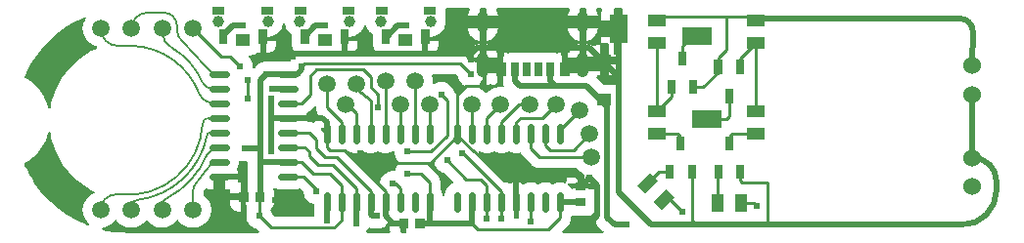
<source format=gtl>
G04 Layer: TopLayer*
G04 EasyEDA v6.5.1, 2022-03-27 10:56:29*
G04 5bdfba2922064175801a4ef29472edea,f5a38c858c354eb5b90fd3f81420cce3,10*
G04 Gerber Generator version 0.2*
G04 Scale: 100 percent, Rotated: No, Reflected: No *
G04 Dimensions in millimeters *
G04 leading zeros omitted , absolute positions ,4 integer and 5 decimal *
%FSLAX45Y45*%
%MOMM*%

%ADD10C,0.2540*%
%ADD11C,0.5080*%
%ADD12C,0.1500*%
%ADD13C,0.2000*%
%ADD14C,0.2050*%
%ADD15C,0.6000*%
%ADD16C,0.6096*%
%ADD17C,1.5000*%
%ADD20R,0.9000X0.8000*%
%ADD21R,0.7000X1.2500*%
%ADD22R,1.5500X1.0000*%
%ADD23R,1.0000X1.5500*%
%ADD24R,0.7000X1.2000*%
%ADD25R,1.1000X0.7000*%
%ADD26R,1.3000X1.0000*%
%ADD27R,0.9000X1.2000*%
%ADD28R,0.8000X1.2000*%
%ADD29R,2.5000X1.5000*%
%ADD30R,1.2000X1.0000*%
%ADD31C,1.0000*%
%ADD32C,1.5240*%

%LPD*%
G36*
X2856331Y-414782D02*
G01*
X2852420Y-414020D01*
X2849118Y-411784D01*
X2846933Y-408533D01*
X2846171Y-404622D01*
X2846171Y-302209D01*
X2845511Y-298704D01*
X2845511Y-269900D01*
X2846374Y-265836D01*
X2848711Y-262483D01*
X2852267Y-260350D01*
X2856331Y-259740D01*
X2860294Y-260858D01*
X2862376Y-261924D01*
X2876905Y-267309D01*
X2891891Y-270967D01*
X2907284Y-272796D01*
X2922727Y-272796D01*
X2938068Y-270967D01*
X2953105Y-267309D01*
X2967583Y-261924D01*
X2981350Y-254863D01*
X2994202Y-246227D01*
X3005886Y-236118D01*
X3016351Y-224739D01*
X3025343Y-212140D01*
X3032810Y-198628D01*
X3038602Y-184302D01*
X3040176Y-178562D01*
X3042259Y-174650D01*
X3045714Y-172008D01*
X3049981Y-171043D01*
X3054299Y-172008D01*
X3057753Y-174650D01*
X3059785Y-178562D01*
X3061360Y-184302D01*
X3067202Y-198628D01*
X3074670Y-212140D01*
X3083661Y-224739D01*
X3094075Y-236118D01*
X3105810Y-246227D01*
X3109976Y-249072D01*
X3112414Y-251307D01*
X3113938Y-254203D01*
X3114497Y-257454D01*
X3114497Y-332130D01*
X3115310Y-343966D01*
X3117748Y-355193D01*
X3121761Y-365963D01*
X3127298Y-376021D01*
X3134156Y-385216D01*
X3142284Y-393344D01*
X3146501Y-396494D01*
X3149295Y-399643D01*
X3150514Y-403656D01*
X3150057Y-407822D01*
X3147923Y-411480D01*
X3144520Y-413918D01*
X3140405Y-414782D01*
X2959608Y-414782D01*
X2955493Y-413918D01*
X2952089Y-411480D01*
X2949956Y-407822D01*
X2949448Y-403656D01*
X2950718Y-399643D01*
X2953512Y-396494D01*
X2957728Y-393344D01*
X2965856Y-385216D01*
X2972714Y-376021D01*
X2978200Y-365963D01*
X2982214Y-355193D01*
X2984652Y-343966D01*
X2985516Y-332130D01*
X2985516Y-308864D01*
X2893872Y-308864D01*
X2893872Y-404622D01*
X2893060Y-408533D01*
X2890875Y-411784D01*
X2887573Y-414020D01*
X2883712Y-414782D01*
G37*

%LPD*%
G36*
X2088997Y-550824D02*
G01*
X2084984Y-549910D01*
X2081733Y-547522D01*
X2079599Y-544017D01*
X2079040Y-540004D01*
X2079498Y-533400D01*
X2078583Y-519226D01*
X2075840Y-505256D01*
X2071370Y-491743D01*
X2065172Y-478942D01*
X2057450Y-467004D01*
X2048205Y-456184D01*
X2042160Y-450697D01*
X2039772Y-447446D01*
X2038857Y-443484D01*
X2039518Y-439521D01*
X2041702Y-436118D01*
X2045055Y-433832D01*
X2049018Y-433019D01*
X2058517Y-433019D01*
X2070354Y-432155D01*
X2081580Y-429717D01*
X2092350Y-425704D01*
X2102408Y-420217D01*
X2110486Y-414172D01*
X2113737Y-412546D01*
X2117293Y-412140D01*
X2129282Y-413004D01*
X2140051Y-413004D01*
X2140051Y-302209D01*
X2139442Y-298704D01*
X2139442Y-269900D01*
X2140254Y-265836D01*
X2142642Y-262483D01*
X2146147Y-260350D01*
X2150262Y-259740D01*
X2154224Y-260858D01*
X2156307Y-261924D01*
X2170785Y-267309D01*
X2185822Y-270967D01*
X2201164Y-272796D01*
X2216607Y-272796D01*
X2231999Y-270967D01*
X2247036Y-267309D01*
X2261514Y-261924D01*
X2275281Y-254863D01*
X2288082Y-246227D01*
X2299817Y-236118D01*
X2310231Y-224739D01*
X2319274Y-212140D01*
X2326690Y-198628D01*
X2332532Y-184302D01*
X2336596Y-169367D01*
X2336901Y-167386D01*
X2338324Y-163525D01*
X2341118Y-160528D01*
X2344877Y-158953D01*
X2348992Y-158953D01*
X2352751Y-160528D01*
X2355596Y-163525D01*
X2357018Y-167386D01*
X2357272Y-169367D01*
X2361387Y-184302D01*
X2367178Y-198628D01*
X2374646Y-212140D01*
X2383637Y-224739D01*
X2394102Y-236118D01*
X2405786Y-246227D01*
X2410002Y-249072D01*
X2412390Y-251307D01*
X2413965Y-254203D01*
X2414473Y-257454D01*
X2414473Y-332130D01*
X2415336Y-343966D01*
X2417775Y-355193D01*
X2421788Y-365963D01*
X2427274Y-376021D01*
X2434183Y-385216D01*
X2442311Y-393344D01*
X2451506Y-400202D01*
X2461564Y-405739D01*
X2469134Y-408533D01*
X2472690Y-410768D01*
X2475026Y-414274D01*
X2475738Y-418388D01*
X2474722Y-422503D01*
X2472131Y-425805D01*
X2468473Y-427786D01*
X2463596Y-429259D01*
X2450592Y-435000D01*
X2438400Y-442366D01*
X2427274Y-451256D01*
X2417419Y-461467D01*
X2408885Y-472846D01*
X2404211Y-481228D01*
X2401925Y-483971D01*
X2398826Y-485749D01*
X2395321Y-486359D01*
X2320290Y-486359D01*
X2306116Y-487273D01*
X2287473Y-490982D01*
X2231745Y-490982D01*
X2229510Y-490728D01*
X2214778Y-487324D01*
X2200656Y-486003D01*
X2186432Y-486460D01*
X2172411Y-488696D01*
X2158796Y-492759D01*
X2145792Y-498500D01*
X2133600Y-505866D01*
X2122474Y-514756D01*
X2112619Y-524967D01*
X2104085Y-536346D01*
X2099919Y-543763D01*
X2096363Y-547827D01*
X2092960Y-550062D01*
G37*

%LPC*%
G36*
X2187752Y-413004D02*
G01*
X2198522Y-413004D01*
X2210358Y-412191D01*
X2221585Y-409752D01*
X2232355Y-405739D01*
X2242413Y-400202D01*
X2251608Y-393344D01*
X2259736Y-385216D01*
X2266594Y-376021D01*
X2272131Y-365963D01*
X2276144Y-355193D01*
X2278583Y-343966D01*
X2279396Y-332130D01*
X2279396Y-308864D01*
X2187752Y-308864D01*
G37*

%LPD*%
G36*
X4095546Y-760476D02*
G01*
X4091482Y-759510D01*
X4088129Y-756970D01*
X4086555Y-755192D01*
X4073956Y-743559D01*
X4060139Y-733399D01*
X4045305Y-724865D01*
X4029608Y-717956D01*
X4015638Y-713587D01*
X4012184Y-711708D01*
X4009694Y-708609D01*
X4008577Y-704799D01*
X4008983Y-700887D01*
X4010914Y-697382D01*
X4014012Y-694893D01*
X4016705Y-693470D01*
X4020718Y-692353D01*
X4024884Y-692962D01*
X4030573Y-694994D01*
X4036669Y-696468D01*
X4036669Y-683564D01*
X4037533Y-679450D01*
X4039971Y-676046D01*
X4042105Y-674116D01*
X4051350Y-663295D01*
X4059072Y-651357D01*
X4065270Y-638556D01*
X4069740Y-625043D01*
X4072483Y-611073D01*
X4073398Y-596900D01*
X4072483Y-582726D01*
X4069740Y-568756D01*
X4065270Y-555244D01*
X4059072Y-542442D01*
X4051350Y-530504D01*
X4042105Y-519684D01*
X4031589Y-510133D01*
X4019905Y-502005D01*
X4007307Y-495401D01*
X3993997Y-490524D01*
X3988866Y-489356D01*
X3986225Y-488340D01*
X3983939Y-486613D01*
X3970832Y-473506D01*
X3968597Y-470204D01*
X3967835Y-466293D01*
X3968597Y-462432D01*
X3970832Y-459130D01*
X3974134Y-456895D01*
X3977995Y-456133D01*
X4036669Y-456133D01*
X4036669Y-333552D01*
X4030573Y-334975D01*
X4016298Y-340156D01*
X4002735Y-346964D01*
X3990086Y-355295D01*
X3978452Y-365048D01*
X3968038Y-376123D01*
X3958996Y-388264D01*
X3951376Y-401421D01*
X3945382Y-415340D01*
X3942130Y-426110D01*
X3940403Y-429514D01*
X3937558Y-432003D01*
X3933951Y-433273D01*
X3930192Y-433120D01*
X3926687Y-431596D01*
X3919321Y-426821D01*
X3910482Y-422452D01*
X3907840Y-421335D01*
X3898493Y-418185D01*
X3895750Y-417474D01*
X3885996Y-415645D01*
X3883202Y-415290D01*
X3873246Y-414782D01*
X3659581Y-414782D01*
X3655466Y-413918D01*
X3652062Y-411480D01*
X3649929Y-407822D01*
X3649472Y-403656D01*
X3650742Y-399643D01*
X3653485Y-396494D01*
X3657701Y-393344D01*
X3665829Y-385216D01*
X3672738Y-376021D01*
X3678224Y-365963D01*
X3682237Y-355193D01*
X3684676Y-343966D01*
X3685540Y-332130D01*
X3685540Y-308864D01*
X3593846Y-308864D01*
X3593846Y-404622D01*
X3593084Y-408533D01*
X3590899Y-411784D01*
X3587597Y-414020D01*
X3583686Y-414782D01*
X3556304Y-414782D01*
X3552444Y-414020D01*
X3549142Y-411784D01*
X3546906Y-408533D01*
X3546144Y-404622D01*
X3546144Y-302209D01*
X3545535Y-298704D01*
X3545535Y-269900D01*
X3546348Y-265836D01*
X3548735Y-262483D01*
X3552240Y-260350D01*
X3556355Y-259740D01*
X3560318Y-260858D01*
X3562400Y-261924D01*
X3576878Y-267309D01*
X3591915Y-270967D01*
X3607257Y-272796D01*
X3622751Y-272796D01*
X3638092Y-270967D01*
X3653129Y-267309D01*
X3667607Y-261924D01*
X3681374Y-254863D01*
X3694176Y-246227D01*
X3705910Y-236118D01*
X3716324Y-224739D01*
X3725367Y-212140D01*
X3732834Y-198628D01*
X3738626Y-184302D01*
X3742690Y-169367D01*
X3744976Y-154076D01*
X3745433Y-138633D01*
X3744061Y-123240D01*
X3741572Y-111404D01*
X3741420Y-108559D01*
X3744671Y-93980D01*
X3745534Y-82143D01*
X3745534Y-36068D01*
X3746296Y-32156D01*
X3748481Y-28905D01*
X3751783Y-26670D01*
X3755694Y-25908D01*
X3945636Y-25908D01*
X3949750Y-26771D01*
X3953205Y-29260D01*
X3955287Y-32918D01*
X3955745Y-37134D01*
X3954424Y-41148D01*
X3951376Y-46431D01*
X3945382Y-60350D01*
X3941013Y-74879D01*
X3938371Y-89865D01*
X3938168Y-93624D01*
X4036669Y-93624D01*
X4036669Y-36068D01*
X4037431Y-32156D01*
X4039615Y-28905D01*
X4042918Y-26670D01*
X4046829Y-25908D01*
X4089196Y-25908D01*
X4093057Y-26670D01*
X4096359Y-28905D01*
X4098594Y-32156D01*
X4099356Y-36068D01*
X4099356Y-93624D01*
X4197858Y-93624D01*
X4197604Y-89865D01*
X4194962Y-74879D01*
X4190644Y-60350D01*
X4184599Y-46431D01*
X4181551Y-41148D01*
X4180281Y-37134D01*
X4180687Y-32918D01*
X4182821Y-29260D01*
X4186224Y-26771D01*
X4190390Y-25908D01*
X4809642Y-25908D01*
X4813757Y-26771D01*
X4817160Y-29260D01*
X4819294Y-32918D01*
X4819751Y-37134D01*
X4818430Y-41148D01*
X4815382Y-46431D01*
X4809388Y-60350D01*
X4805019Y-74879D01*
X4802378Y-89865D01*
X4802174Y-93624D01*
X4900625Y-93624D01*
X4900625Y-36068D01*
X4901438Y-32156D01*
X4903622Y-28905D01*
X4906924Y-26670D01*
X4910785Y-25908D01*
X4953203Y-25908D01*
X4957064Y-26670D01*
X4960366Y-28905D01*
X4962601Y-32156D01*
X4963363Y-36068D01*
X4963363Y-93624D01*
X5061864Y-93624D01*
X5061610Y-89865D01*
X5058968Y-74879D01*
X5054650Y-60350D01*
X5048605Y-46431D01*
X5045557Y-41148D01*
X5044287Y-37134D01*
X5044694Y-32918D01*
X5046827Y-29260D01*
X5050231Y-26771D01*
X5054346Y-25908D01*
X5090058Y-25908D01*
X5094122Y-26771D01*
X5097526Y-29209D01*
X5099659Y-32766D01*
X5100167Y-36931D01*
X5098948Y-40944D01*
X5096865Y-44754D01*
X5092852Y-55524D01*
X5090414Y-66751D01*
X5089601Y-78587D01*
X5089601Y-134366D01*
X5201259Y-134366D01*
X5201259Y-36068D01*
X5202021Y-32156D01*
X5204206Y-28905D01*
X5207508Y-26670D01*
X5211419Y-25908D01*
X5267350Y-25908D01*
X5271262Y-26720D01*
X5274614Y-28956D01*
X5276799Y-32308D01*
X5277510Y-36220D01*
X5271770Y-419049D01*
X5270957Y-422859D01*
X5268722Y-426110D01*
X5265470Y-428294D01*
X5261610Y-429056D01*
X5211419Y-429056D01*
X5207508Y-428243D01*
X5204206Y-426059D01*
X5202021Y-422757D01*
X5201259Y-418896D01*
X5201259Y-272034D01*
X5089601Y-272034D01*
X5089601Y-327304D01*
X5091887Y-326847D01*
X5144312Y-326847D01*
X5148173Y-327609D01*
X5151475Y-329844D01*
X5153660Y-333146D01*
X5154472Y-337007D01*
X5154472Y-446328D01*
X5261051Y-446328D01*
X5264962Y-447141D01*
X5268264Y-449376D01*
X5270500Y-452729D01*
X5271211Y-456641D01*
X5270550Y-499008D01*
X5269738Y-502869D01*
X5267553Y-506120D01*
X5264251Y-508304D01*
X5260390Y-509016D01*
X5154472Y-509016D01*
X5154472Y-608228D01*
X5177739Y-608228D01*
X5189575Y-607364D01*
X5200802Y-604926D01*
X5211521Y-600913D01*
X5221630Y-595426D01*
X5230825Y-588518D01*
X5238953Y-580390D01*
X5245811Y-571195D01*
X5250484Y-562711D01*
X5253431Y-559358D01*
X5257495Y-557580D01*
X5261965Y-557733D01*
X5265928Y-559765D01*
X5268620Y-563321D01*
X5269534Y-567690D01*
X5267198Y-723696D01*
X5266182Y-728014D01*
X5263438Y-731469D01*
X5259476Y-733399D01*
X5255056Y-733501D01*
X5251043Y-731723D01*
X5248148Y-728421D01*
X5245811Y-724204D01*
X5238953Y-715010D01*
X5230825Y-706882D01*
X5221630Y-699973D01*
X5211521Y-694486D01*
X5200802Y-690473D01*
X5189575Y-688035D01*
X5177739Y-687171D01*
X5108397Y-687171D01*
X5104485Y-686409D01*
X5101183Y-684225D01*
X5052568Y-635558D01*
X5050332Y-632256D01*
X5049621Y-628294D01*
X5050434Y-624382D01*
X5054752Y-614324D01*
X5056987Y-611124D01*
X5060238Y-608939D01*
X5064099Y-608228D01*
X5081727Y-608228D01*
X5081727Y-568248D01*
X5079492Y-571195D01*
X5076342Y-573176D01*
X5072684Y-573836D01*
X4963363Y-573836D01*
X4963363Y-582422D01*
X4962601Y-586333D01*
X4960366Y-589584D01*
X4957064Y-591820D01*
X4953203Y-592582D01*
X4910785Y-592582D01*
X4906264Y-591362D01*
X4798517Y-591362D01*
X4796180Y-592277D01*
X4793691Y-592582D01*
X4782667Y-592582D01*
X4778806Y-591820D01*
X4775504Y-589584D01*
X4773320Y-586333D01*
X4772507Y-582422D01*
X4772507Y-495350D01*
X4771694Y-483565D01*
X4769256Y-472338D01*
X4765243Y-461568D01*
X4759706Y-451510D01*
X4752848Y-442315D01*
X4749139Y-438556D01*
X4746904Y-435254D01*
X4746142Y-431393D01*
X4746142Y-414477D01*
X4730343Y-414477D01*
X4718558Y-415340D01*
X4713173Y-416509D01*
X4708855Y-416509D01*
X4703470Y-415340D01*
X4691634Y-414477D01*
X4612386Y-414477D01*
X4597704Y-415493D01*
X4584598Y-414477D01*
X4515358Y-414477D01*
X4503521Y-415340D01*
X4502150Y-415645D01*
X4497832Y-415645D01*
X4496460Y-415340D01*
X4484624Y-414477D01*
X4415383Y-414477D01*
X4400702Y-415493D01*
X4387596Y-414477D01*
X4308348Y-414477D01*
X4296562Y-415340D01*
X4291177Y-416509D01*
X4286859Y-416509D01*
X4281474Y-415340D01*
X4269638Y-414477D01*
X4253839Y-414477D01*
X4253839Y-431393D01*
X4253077Y-435254D01*
X4250893Y-438556D01*
X4247184Y-442315D01*
X4240276Y-451510D01*
X4234789Y-461568D01*
X4230776Y-472338D01*
X4228338Y-483565D01*
X4227474Y-495350D01*
X4227474Y-614629D01*
X4228338Y-626465D01*
X4230776Y-637692D01*
X4234789Y-648462D01*
X4241749Y-661162D01*
X4242358Y-664006D01*
X4243019Y-674217D01*
X4245711Y-687832D01*
X4248556Y-696214D01*
X4249064Y-700176D01*
X4247997Y-704037D01*
X4245559Y-707186D01*
X4242054Y-709117D01*
X4238091Y-709625D01*
X4220667Y-708152D01*
X4206595Y-708558D01*
X4202633Y-707847D01*
X4199229Y-705662D01*
X4196943Y-702360D01*
X4196130Y-698398D01*
X4196130Y-591362D01*
X4099356Y-591362D01*
X4099356Y-696468D01*
X4105452Y-694994D01*
X4119676Y-689813D01*
X4130446Y-684428D01*
X4133545Y-683412D01*
X4136847Y-683514D01*
X4139895Y-684580D01*
X4146550Y-688238D01*
X4157319Y-692251D01*
X4173829Y-695858D01*
X4177029Y-698398D01*
X4178909Y-702005D01*
X4179265Y-706069D01*
X4178046Y-709930D01*
X4175353Y-712978D01*
X4171696Y-714756D01*
X4169968Y-715213D01*
X4153915Y-721207D01*
X4138625Y-728929D01*
X4124299Y-738276D01*
X4111091Y-749198D01*
X4103115Y-757428D01*
X4099610Y-759714D01*
G37*

%LPC*%
G36*
X4099356Y-456133D02*
G01*
X4196130Y-456133D01*
X4196130Y-414477D01*
X4193082Y-413715D01*
X4189831Y-411581D01*
X4187596Y-408330D01*
X4184599Y-401421D01*
X4177029Y-388264D01*
X4167987Y-376123D01*
X4157573Y-365048D01*
X4145940Y-355295D01*
X4133240Y-346964D01*
X4119676Y-340156D01*
X4105452Y-334975D01*
X4099356Y-333552D01*
G37*
G36*
X4803851Y-456133D02*
G01*
X4900625Y-456133D01*
X4900625Y-333552D01*
X4894580Y-334975D01*
X4880305Y-340156D01*
X4866741Y-346964D01*
X4854092Y-355295D01*
X4842459Y-365048D01*
X4832045Y-376123D01*
X4822952Y-388264D01*
X4815382Y-401421D01*
X4812385Y-408330D01*
X4810353Y-411378D01*
X4807407Y-413512D01*
X4803851Y-414477D01*
G37*
G36*
X4963363Y-447192D02*
G01*
X4967427Y-446328D01*
X5081727Y-446328D01*
X5081727Y-346811D01*
X5080050Y-347167D01*
X5058460Y-347167D01*
X5046624Y-348030D01*
X5035448Y-350469D01*
X5024678Y-354482D01*
X5021224Y-356362D01*
X5017770Y-357479D01*
X5014112Y-357327D01*
X5010759Y-355904D01*
X4997246Y-346964D01*
X4983683Y-340156D01*
X4969408Y-334975D01*
X4963363Y-333552D01*
G37*
G36*
X4900625Y-311454D02*
G01*
X4900625Y-196342D01*
X4802174Y-196342D01*
X4802378Y-200152D01*
X4805019Y-215087D01*
X4809388Y-229616D01*
X4815382Y-243586D01*
X4822952Y-256692D01*
X4832045Y-268884D01*
X4842459Y-279908D01*
X4854092Y-289661D01*
X4866741Y-297992D01*
X4880305Y-304800D01*
X4894580Y-310032D01*
G37*
G36*
X4099356Y-311454D02*
G01*
X4105452Y-310032D01*
X4119676Y-304800D01*
X4133240Y-297992D01*
X4145940Y-289661D01*
X4157573Y-279908D01*
X4167987Y-268884D01*
X4177029Y-256692D01*
X4184599Y-243586D01*
X4190644Y-229616D01*
X4194962Y-215087D01*
X4197604Y-200152D01*
X4197858Y-196342D01*
X4099356Y-196342D01*
G37*
G36*
X4963363Y-311454D02*
G01*
X4969408Y-310032D01*
X4983683Y-304800D01*
X4997246Y-297992D01*
X5009946Y-289661D01*
X5021529Y-279908D01*
X5031994Y-268884D01*
X5041036Y-256692D01*
X5048605Y-243586D01*
X5054650Y-229616D01*
X5058968Y-215087D01*
X5061610Y-200152D01*
X5061864Y-196342D01*
X4963363Y-196342D01*
G37*
G36*
X4036669Y-311454D02*
G01*
X4036669Y-196342D01*
X3938168Y-196342D01*
X3938371Y-200152D01*
X3941013Y-215087D01*
X3945382Y-229616D01*
X3951376Y-243586D01*
X3958996Y-256692D01*
X3968038Y-268884D01*
X3978452Y-279908D01*
X3990086Y-289661D01*
X4002735Y-297992D01*
X4016298Y-304800D01*
X4030573Y-310032D01*
G37*

%LPD*%
G36*
X3844340Y-774547D02*
G01*
X3840632Y-774496D01*
X3837178Y-773125D01*
X3834434Y-770636D01*
X3831539Y-766724D01*
X3824935Y-759409D01*
X3818839Y-753313D01*
X3817061Y-750874D01*
X3811270Y-733044D01*
X3805072Y-720242D01*
X3797350Y-708304D01*
X3788105Y-697484D01*
X3777589Y-687933D01*
X3765905Y-679805D01*
X3753307Y-673201D01*
X3739997Y-668324D01*
X3726129Y-665124D01*
X3711956Y-663803D01*
X3697732Y-664260D01*
X3683711Y-666496D01*
X3670096Y-670560D01*
X3657092Y-676300D01*
X3650132Y-680516D01*
X3645966Y-681939D01*
X3641598Y-681482D01*
X3637889Y-679196D01*
X3635400Y-675589D01*
X3634689Y-671271D01*
X3635298Y-660400D01*
X3634333Y-643280D01*
X3631539Y-626414D01*
X3628085Y-614121D01*
X3627729Y-610412D01*
X3628745Y-606856D01*
X3631031Y-603859D01*
X3634181Y-601878D01*
X3637838Y-601218D01*
X3830675Y-601218D01*
X3834587Y-601980D01*
X3837838Y-604215D01*
X3852113Y-618439D01*
X3853738Y-620572D01*
X3854754Y-623062D01*
X3857091Y-631850D01*
X3862425Y-645058D01*
X3869385Y-657453D01*
X3877919Y-668832D01*
X3887774Y-679043D01*
X3898900Y-687933D01*
X3911092Y-695299D01*
X3920744Y-699566D01*
X3923995Y-701852D01*
X3926078Y-705205D01*
X3926789Y-709168D01*
X3925874Y-713028D01*
X3923537Y-716280D01*
X3920185Y-718362D01*
X3912615Y-721207D01*
X3897325Y-728929D01*
X3882999Y-738276D01*
X3869791Y-749198D01*
X3857853Y-761492D01*
X3850589Y-770788D01*
X3847846Y-773226D01*
G37*

%LPD*%
G36*
X317347Y-895553D02*
G01*
X313690Y-894181D01*
X310794Y-891590D01*
X309118Y-888085D01*
X306222Y-877011D01*
X296824Y-848614D01*
X285343Y-820877D01*
X271983Y-794004D01*
X256743Y-768146D01*
X239725Y-743407D01*
X221030Y-719937D01*
X200710Y-697839D01*
X178866Y-677214D01*
X155651Y-658164D01*
X131114Y-640842D01*
X109474Y-627634D01*
X106832Y-625297D01*
X105105Y-622096D01*
X104648Y-618540D01*
X105410Y-615035D01*
X109982Y-604113D01*
X128422Y-565048D01*
X148539Y-526846D01*
X170332Y-489610D01*
X193802Y-453339D01*
X218795Y-418134D01*
X245364Y-384098D01*
X273405Y-351282D01*
X302869Y-319684D01*
X333654Y-289458D01*
X365810Y-260654D01*
X399186Y-233273D01*
X433781Y-207416D01*
X469442Y-183083D01*
X506171Y-160375D01*
X543864Y-139344D01*
X582422Y-119938D01*
X619302Y-103479D01*
X623468Y-102565D01*
X627634Y-103479D01*
X631088Y-106019D01*
X633171Y-109778D01*
X633526Y-113995D01*
X632104Y-118059D01*
X625246Y-129184D01*
X617931Y-144678D01*
X612343Y-160883D01*
X608634Y-177596D01*
X606755Y-194614D01*
X606755Y-211785D01*
X608634Y-228803D01*
X612343Y-245516D01*
X617931Y-261721D01*
X625246Y-277215D01*
X634187Y-291795D01*
X644753Y-305308D01*
X656691Y-317601D01*
X669899Y-328523D01*
X684225Y-337870D01*
X699516Y-345592D01*
X715568Y-351637D01*
X721766Y-353161D01*
X724509Y-354330D01*
X726846Y-356260D01*
X730808Y-360680D01*
X732790Y-363931D01*
X733399Y-367741D01*
X732586Y-371449D01*
X730402Y-374650D01*
X727252Y-376783D01*
X714248Y-382371D01*
X681228Y-398780D01*
X649173Y-416915D01*
X618083Y-436727D01*
X588162Y-458266D01*
X559460Y-481330D01*
X532028Y-505968D01*
X505968Y-532028D01*
X481330Y-559460D01*
X458266Y-588162D01*
X436727Y-618083D01*
X416915Y-649173D01*
X398780Y-681228D01*
X382371Y-714248D01*
X367792Y-748131D01*
X355092Y-782726D01*
X344271Y-817930D01*
X335381Y-853694D01*
X328930Y-887425D01*
X327456Y-891032D01*
X324764Y-893826D01*
X321208Y-895400D01*
G37*

%LPD*%
G36*
X2605328Y-1019657D02*
G01*
X2601264Y-1018895D01*
X2590393Y-1015085D01*
X2587650Y-1014374D01*
X2577896Y-1012545D01*
X2575102Y-1012190D01*
X2565146Y-1011682D01*
X2558237Y-1011682D01*
X2554630Y-1011021D01*
X2551480Y-1009091D01*
X2549245Y-1006195D01*
X2548178Y-1002690D01*
X2548382Y-999236D01*
X2473299Y-999236D01*
X2470150Y-998728D01*
X2467457Y-997864D01*
X2453843Y-995273D01*
X2439670Y-994359D01*
X2320290Y-994359D01*
X2306116Y-995273D01*
X2292502Y-997864D01*
X2289810Y-998728D01*
X2286660Y-999236D01*
X2260295Y-999236D01*
X2256383Y-998474D01*
X2253081Y-996238D01*
X2250897Y-992936D01*
X2250135Y-989025D01*
X2250287Y-966673D01*
X2251049Y-962761D01*
X2253284Y-959510D01*
X2256536Y-957326D01*
X2260447Y-956564D01*
X2286660Y-956564D01*
X2289810Y-957071D01*
X2292502Y-957935D01*
X2306116Y-960526D01*
X2320290Y-961440D01*
X2439670Y-961440D01*
X2453843Y-960526D01*
X2467457Y-957935D01*
X2470150Y-957071D01*
X2473299Y-956564D01*
X2548331Y-956564D01*
X2544927Y-943152D01*
X2544724Y-939037D01*
X2546146Y-935228D01*
X2547010Y-933856D01*
X2549906Y-930808D01*
X2558338Y-925068D01*
X2560574Y-923340D01*
X2567990Y-916635D01*
X2607259Y-877417D01*
X2610510Y-875182D01*
X2614422Y-874420D01*
X2618333Y-875182D01*
X2621584Y-877417D01*
X2623820Y-880668D01*
X2624582Y-884580D01*
X2624582Y-888746D01*
X2625090Y-898702D01*
X2625445Y-901496D01*
X2627274Y-911250D01*
X2627985Y-913993D01*
X2631135Y-923340D01*
X2632252Y-925982D01*
X2636621Y-934821D01*
X2638044Y-937260D01*
X2643632Y-945438D01*
X2649321Y-952042D01*
X2651455Y-955700D01*
X2651912Y-959916D01*
X2650591Y-963930D01*
X2647391Y-967384D01*
X2637231Y-976884D01*
X2628392Y-987552D01*
X2620975Y-999286D01*
X2615082Y-1011834D01*
X2612745Y-1016253D01*
X2609392Y-1018692D01*
G37*

%LPD*%
G36*
X2721914Y-1138123D02*
G01*
X2717850Y-1136142D01*
X2715006Y-1132636D01*
X2710027Y-1122527D01*
X2708656Y-1120140D01*
X2703068Y-1111961D01*
X2701340Y-1109726D01*
X2694635Y-1102309D01*
X2670860Y-1078534D01*
X2668625Y-1075232D01*
X2667863Y-1071321D01*
X2668625Y-1067460D01*
X2670860Y-1064158D01*
X2674162Y-1061923D01*
X2678023Y-1061161D01*
X2696464Y-1061161D01*
X2696464Y-1024026D01*
X2697226Y-1020114D01*
X2699410Y-1016812D01*
X2702712Y-1014628D01*
X2706624Y-1013866D01*
X2710484Y-1014628D01*
X2713786Y-1016812D01*
X2731973Y-1034999D01*
X2734259Y-1038555D01*
X2734919Y-1042822D01*
X2734259Y-1052830D01*
X2734259Y-1128166D01*
X2733294Y-1132586D01*
X2730449Y-1136142D01*
X2726436Y-1138072D01*
G37*

%LPD*%
G36*
X3170072Y-1547012D02*
G01*
X3165602Y-1546504D01*
X3161792Y-1544066D01*
X2900375Y-1282649D01*
X2898241Y-1279550D01*
X2897428Y-1275892D01*
X2897936Y-1272184D01*
X2899765Y-1268933D01*
X2903423Y-1266139D01*
X2906623Y-1265021D01*
X2909976Y-1265021D01*
X2913176Y-1266139D01*
X2924759Y-1272489D01*
X2937662Y-1277620D01*
X2951073Y-1281074D01*
X2964840Y-1282801D01*
X2978759Y-1282801D01*
X2992526Y-1281074D01*
X3005937Y-1277620D01*
X3018840Y-1272489D01*
X3030423Y-1266139D01*
X3033623Y-1265021D01*
X3036976Y-1265021D01*
X3040176Y-1266139D01*
X3051759Y-1272489D01*
X3064662Y-1277620D01*
X3078073Y-1281074D01*
X3091840Y-1282801D01*
X3105759Y-1282801D01*
X3119526Y-1281074D01*
X3132937Y-1277620D01*
X3145840Y-1272489D01*
X3157423Y-1266139D01*
X3160623Y-1265021D01*
X3163976Y-1265021D01*
X3167176Y-1266139D01*
X3178759Y-1272489D01*
X3191662Y-1277620D01*
X3205073Y-1281074D01*
X3218840Y-1282801D01*
X3232759Y-1282801D01*
X3246526Y-1281074D01*
X3259937Y-1277620D01*
X3272840Y-1272489D01*
X3284423Y-1266139D01*
X3287623Y-1265021D01*
X3290976Y-1265021D01*
X3294176Y-1266139D01*
X3300374Y-1269542D01*
X3302863Y-1271473D01*
X3304641Y-1274114D01*
X3305556Y-1277162D01*
X3307384Y-1291234D01*
X3310991Y-1304950D01*
X3316325Y-1318158D01*
X3323285Y-1330553D01*
X3331819Y-1341932D01*
X3341674Y-1352143D01*
X3348126Y-1357325D01*
X3350514Y-1360017D01*
X3351834Y-1363421D01*
X3351834Y-1367078D01*
X3350514Y-1370482D01*
X3348126Y-1373174D01*
X3341674Y-1378356D01*
X3331819Y-1388567D01*
X3323285Y-1399946D01*
X3316325Y-1412341D01*
X3310991Y-1425549D01*
X3309416Y-1431493D01*
X3307892Y-1434744D01*
X3305403Y-1437233D01*
X3302152Y-1438757D01*
X3298596Y-1439011D01*
X3292856Y-1438503D01*
X3278632Y-1438960D01*
X3264611Y-1441196D01*
X3250996Y-1445260D01*
X3237992Y-1451000D01*
X3225800Y-1458366D01*
X3214674Y-1467256D01*
X3204819Y-1477467D01*
X3196285Y-1488846D01*
X3189325Y-1501241D01*
X3183991Y-1514449D01*
X3180384Y-1528165D01*
X3179064Y-1538224D01*
X3177540Y-1542440D01*
X3174339Y-1545539D01*
G37*

%LPD*%
G36*
X3725265Y-1656384D02*
G01*
X3721354Y-1654556D01*
X3718509Y-1651254D01*
X3717290Y-1647088D01*
X3716426Y-1633016D01*
X3713835Y-1619402D01*
X3709517Y-1606194D01*
X3703624Y-1593646D01*
X3701592Y-1590446D01*
X3700424Y-1587855D01*
X3700018Y-1585010D01*
X3700018Y-1536954D01*
X3699510Y-1526997D01*
X3699154Y-1524203D01*
X3697325Y-1514449D01*
X3696614Y-1511706D01*
X3693464Y-1502359D01*
X3692347Y-1499717D01*
X3687978Y-1490878D01*
X3686556Y-1488440D01*
X3680968Y-1480261D01*
X3679240Y-1478026D01*
X3672535Y-1470609D01*
X3596690Y-1394764D01*
X3589274Y-1388059D01*
X3587089Y-1386332D01*
X3580333Y-1381810D01*
X3577386Y-1378712D01*
X3575964Y-1374698D01*
X3576320Y-1370431D01*
X3578402Y-1366672D01*
X3581857Y-1364132D01*
X3586022Y-1363218D01*
X3619246Y-1363218D01*
X3629202Y-1362710D01*
X3638804Y-1361084D01*
X3642614Y-1361084D01*
X3646170Y-1362456D01*
X3648913Y-1365046D01*
X3650538Y-1368501D01*
X3653891Y-1381150D01*
X3659225Y-1394358D01*
X3666185Y-1406753D01*
X3674719Y-1418132D01*
X3684574Y-1428343D01*
X3695700Y-1437233D01*
X3707892Y-1444599D01*
X3720896Y-1450340D01*
X3733546Y-1454099D01*
X3735832Y-1455115D01*
X3737813Y-1456639D01*
X3809492Y-1528318D01*
X3811676Y-1531620D01*
X3812438Y-1535531D01*
X3811625Y-1539443D01*
X3809390Y-1542745D01*
X3806037Y-1544929D01*
X3801059Y-1546910D01*
X3788867Y-1553565D01*
X3777691Y-1561744D01*
X3767531Y-1571244D01*
X3758692Y-1581912D01*
X3751275Y-1593646D01*
X3745382Y-1606194D01*
X3741064Y-1619402D01*
X3738473Y-1633016D01*
X3737610Y-1647088D01*
X3736390Y-1651254D01*
X3733546Y-1654556D01*
X3729634Y-1656384D01*
G37*

%LPD*%
G36*
X3232454Y-1750568D02*
G01*
X3228594Y-1749958D01*
X3225292Y-1747926D01*
X3218789Y-1742033D01*
X3213658Y-1738477D01*
X3211322Y-1736191D01*
X3209848Y-1733346D01*
X3209340Y-1730146D01*
X3209340Y-1648358D01*
X3210204Y-1644192D01*
X3212744Y-1640738D01*
X3216503Y-1638655D01*
X3220770Y-1638300D01*
X3224784Y-1639722D01*
X3237433Y-1647494D01*
X3240024Y-1649730D01*
X3241700Y-1652727D01*
X3242259Y-1656130D01*
X3242259Y-1740407D01*
X3241548Y-1744218D01*
X3239414Y-1747469D01*
X3236214Y-1749704D01*
G37*

%LPD*%
G36*
X2278024Y-1837182D02*
G01*
X2274112Y-1836420D01*
X2270861Y-1834184D01*
X2244039Y-1807413D01*
X2242261Y-1804974D01*
X2236470Y-1787143D01*
X2232660Y-1779270D01*
X2231694Y-1775256D01*
X2232355Y-1771142D01*
X2234641Y-1767687D01*
X2240940Y-1761388D01*
X2247798Y-1752193D01*
X2253335Y-1742135D01*
X2257348Y-1731365D01*
X2259787Y-1720138D01*
X2260600Y-1708353D01*
X2260600Y-1619046D01*
X2259787Y-1607261D01*
X2257399Y-1596390D01*
X2257450Y-1591919D01*
X2259431Y-1587906D01*
X2262936Y-1585112D01*
X2267305Y-1584096D01*
X2271674Y-1585061D01*
X2279294Y-1588617D01*
X2292502Y-1592935D01*
X2306116Y-1595526D01*
X2320290Y-1596440D01*
X2439670Y-1596440D01*
X2453843Y-1595526D01*
X2467457Y-1592935D01*
X2478379Y-1589379D01*
X2482088Y-1588871D01*
X2485644Y-1589735D01*
X2488742Y-1591868D01*
X2515870Y-1618996D01*
X2517800Y-1621739D01*
X2518765Y-1624888D01*
X2519984Y-1634134D01*
X2523591Y-1647850D01*
X2528925Y-1661058D01*
X2535885Y-1673453D01*
X2544419Y-1684832D01*
X2554274Y-1695043D01*
X2565400Y-1703933D01*
X2577592Y-1711299D01*
X2590596Y-1717039D01*
X2599994Y-1719834D01*
X2603804Y-1721916D01*
X2606344Y-1725371D01*
X2607259Y-1729587D01*
X2607259Y-1766570D01*
X2608173Y-1780743D01*
X2611882Y-1799386D01*
X2611882Y-1827022D01*
X2611120Y-1830933D01*
X2608884Y-1834184D01*
X2605633Y-1836420D01*
X2601722Y-1837182D01*
G37*

%LPD*%
G36*
X4349343Y-1849882D02*
G01*
X4345584Y-1849170D01*
X4342384Y-1847138D01*
X4340148Y-1844039D01*
X4339183Y-1840026D01*
X4336440Y-1826056D01*
X4335272Y-1822500D01*
X4334764Y-1819300D01*
X4334764Y-1800199D01*
X4335272Y-1797050D01*
X4336135Y-1794357D01*
X4338726Y-1780743D01*
X4339640Y-1766570D01*
X4339640Y-1647189D01*
X4338726Y-1633016D01*
X4336135Y-1619402D01*
X4335272Y-1616710D01*
X4334764Y-1613560D01*
X4334764Y-1538528D01*
X4321962Y-1541780D01*
X4309059Y-1546910D01*
X4306620Y-1548231D01*
X4302455Y-1549450D01*
X4298188Y-1548841D01*
X4294530Y-1546504D01*
X4030675Y-1282649D01*
X4028541Y-1279550D01*
X4027728Y-1275892D01*
X4028236Y-1272184D01*
X4030065Y-1268933D01*
X4033723Y-1266139D01*
X4036923Y-1265021D01*
X4040276Y-1265021D01*
X4043476Y-1266139D01*
X4055059Y-1272489D01*
X4067962Y-1277620D01*
X4081373Y-1281074D01*
X4095140Y-1282801D01*
X4109059Y-1282801D01*
X4122826Y-1281074D01*
X4136237Y-1277620D01*
X4149140Y-1272489D01*
X4160723Y-1266139D01*
X4163923Y-1265021D01*
X4167276Y-1265021D01*
X4170476Y-1266139D01*
X4182059Y-1272489D01*
X4194962Y-1277620D01*
X4208373Y-1281074D01*
X4222140Y-1282801D01*
X4236059Y-1282801D01*
X4249826Y-1281074D01*
X4263237Y-1277620D01*
X4276140Y-1272489D01*
X4287723Y-1266139D01*
X4290923Y-1265021D01*
X4294276Y-1265021D01*
X4297476Y-1266139D01*
X4309059Y-1272489D01*
X4321962Y-1277620D01*
X4335373Y-1281074D01*
X4349140Y-1282801D01*
X4363059Y-1282801D01*
X4376826Y-1281074D01*
X4386986Y-1278432D01*
X4390440Y-1278178D01*
X4393742Y-1279042D01*
X4396587Y-1280972D01*
X4398619Y-1283766D01*
X4401921Y-1290421D01*
X4403344Y-1292860D01*
X4408932Y-1301038D01*
X4410659Y-1303274D01*
X4417364Y-1310690D01*
X4493209Y-1386535D01*
X4500626Y-1393240D01*
X4502861Y-1394968D01*
X4511040Y-1400556D01*
X4513478Y-1401978D01*
X4522317Y-1406347D01*
X4524959Y-1407464D01*
X4534306Y-1410614D01*
X4537049Y-1411325D01*
X4546803Y-1413154D01*
X4549597Y-1413510D01*
X4559554Y-1414018D01*
X4874615Y-1414018D01*
X4877663Y-1414475D01*
X4880406Y-1415846D01*
X4882642Y-1417929D01*
X4886553Y-1422908D01*
X4893970Y-1430528D01*
X4896104Y-1433830D01*
X4896612Y-1436471D01*
X4899355Y-1436827D01*
X4902657Y-1438656D01*
X4911699Y-1446123D01*
X4926025Y-1455470D01*
X4938166Y-1461617D01*
X4941112Y-1463852D01*
X4943094Y-1467002D01*
X4943754Y-1470660D01*
X4943754Y-1541983D01*
X5027422Y-1541983D01*
X5031333Y-1542745D01*
X5034584Y-1544929D01*
X5036820Y-1548231D01*
X5037582Y-1552143D01*
X5037582Y-1584502D01*
X5036820Y-1588363D01*
X5034584Y-1591665D01*
X5031333Y-1593900D01*
X5027422Y-1594662D01*
X4994046Y-1594662D01*
X4990490Y-1594002D01*
X4982565Y-1591056D01*
X4971338Y-1588617D01*
X4959553Y-1587804D01*
X4870246Y-1587804D01*
X4858461Y-1588617D01*
X4847234Y-1591056D01*
X4842865Y-1592681D01*
X4839462Y-1593342D01*
X4836058Y-1592783D01*
X4833061Y-1591157D01*
X4830724Y-1588617D01*
X4826508Y-1581912D01*
X4817668Y-1571244D01*
X4807508Y-1561744D01*
X4805578Y-1560322D01*
X4802784Y-1557223D01*
X4801463Y-1553159D01*
X4801920Y-1548993D01*
X4804003Y-1545336D01*
X4807458Y-1542846D01*
X4811572Y-1541983D01*
X4886045Y-1541983D01*
X4886045Y-1447800D01*
X4870246Y-1447800D01*
X4858461Y-1448612D01*
X4847234Y-1451051D01*
X4836464Y-1455115D01*
X4826406Y-1460601D01*
X4817211Y-1467459D01*
X4809083Y-1475587D01*
X4802174Y-1484782D01*
X4796688Y-1494891D01*
X4792675Y-1505610D01*
X4790236Y-1516837D01*
X4789373Y-1528673D01*
X4789373Y-1534007D01*
X4788611Y-1537868D01*
X4786426Y-1541170D01*
X4783175Y-1543354D01*
X4779365Y-1544167D01*
X4775504Y-1543456D01*
X4771237Y-1541780D01*
X4757826Y-1538325D01*
X4744059Y-1536598D01*
X4730140Y-1536598D01*
X4716373Y-1538325D01*
X4702962Y-1541780D01*
X4690059Y-1546910D01*
X4678476Y-1553260D01*
X4675276Y-1554378D01*
X4671923Y-1554378D01*
X4668723Y-1553260D01*
X4657140Y-1546910D01*
X4644237Y-1541780D01*
X4630826Y-1538325D01*
X4617059Y-1536598D01*
X4603140Y-1536598D01*
X4589373Y-1538325D01*
X4575962Y-1541780D01*
X4563059Y-1546910D01*
X4551476Y-1553260D01*
X4548276Y-1554378D01*
X4544923Y-1554378D01*
X4541723Y-1553260D01*
X4530140Y-1546910D01*
X4517237Y-1541780D01*
X4503826Y-1538325D01*
X4490059Y-1536598D01*
X4476140Y-1536598D01*
X4462373Y-1538325D01*
X4448962Y-1541780D01*
X4436059Y-1546910D01*
X4424476Y-1553260D01*
X4421276Y-1554378D01*
X4417923Y-1554378D01*
X4414723Y-1553260D01*
X4403140Y-1546910D01*
X4390237Y-1541780D01*
X4377436Y-1538528D01*
X4377436Y-1613560D01*
X4376928Y-1616710D01*
X4376064Y-1619402D01*
X4373473Y-1633016D01*
X4372559Y-1647189D01*
X4372559Y-1766570D01*
X4373473Y-1780743D01*
X4376064Y-1794357D01*
X4376928Y-1797050D01*
X4377436Y-1800199D01*
X4377436Y-1839722D01*
X4376674Y-1843633D01*
X4374489Y-1846884D01*
X4371187Y-1849120D01*
X4367276Y-1849882D01*
G37*

%LPD*%
G36*
X652221Y-1908860D02*
G01*
X648208Y-1908149D01*
X619506Y-1896668D01*
X579932Y-1878838D01*
X541172Y-1859280D01*
X503377Y-1837943D01*
X466496Y-1814982D01*
X430733Y-1790446D01*
X396087Y-1764284D01*
X362661Y-1736598D01*
X330454Y-1707489D01*
X299618Y-1676958D01*
X270154Y-1645107D01*
X242112Y-1611934D01*
X215595Y-1577543D01*
X190652Y-1542034D01*
X167335Y-1505458D01*
X145643Y-1467866D01*
X125628Y-1429308D01*
X107391Y-1389938D01*
X103327Y-1380134D01*
X102565Y-1376629D01*
X103073Y-1373073D01*
X104749Y-1369923D01*
X107442Y-1367586D01*
X133451Y-1351635D01*
X157835Y-1334109D01*
X180949Y-1314958D01*
X202641Y-1294180D01*
X222808Y-1271981D01*
X241401Y-1248359D01*
X258267Y-1223518D01*
X273304Y-1197559D01*
X286512Y-1170584D01*
X297789Y-1142746D01*
X306425Y-1116330D01*
X308508Y-1108456D01*
X310235Y-1104849D01*
X313182Y-1102258D01*
X316941Y-1100937D01*
X320903Y-1101191D01*
X324459Y-1102918D01*
X327101Y-1105916D01*
X328472Y-1110081D01*
X335381Y-1146302D01*
X344271Y-1182065D01*
X355092Y-1217269D01*
X367792Y-1251864D01*
X382371Y-1285748D01*
X398780Y-1318768D01*
X416915Y-1350822D01*
X436727Y-1381912D01*
X458266Y-1411833D01*
X481330Y-1440535D01*
X505968Y-1467967D01*
X532028Y-1494028D01*
X559460Y-1518666D01*
X588162Y-1541729D01*
X618083Y-1563268D01*
X649173Y-1583080D01*
X681228Y-1601216D01*
X704138Y-1612595D01*
X707237Y-1614982D01*
X709218Y-1618335D01*
X709777Y-1622247D01*
X708863Y-1626006D01*
X706526Y-1629156D01*
X703224Y-1631238D01*
X699516Y-1632610D01*
X684225Y-1640332D01*
X669899Y-1649679D01*
X656691Y-1660601D01*
X644753Y-1672894D01*
X634187Y-1686407D01*
X625246Y-1700987D01*
X617931Y-1716481D01*
X612343Y-1732686D01*
X608634Y-1749399D01*
X606755Y-1766417D01*
X606755Y-1783588D01*
X608634Y-1800606D01*
X612343Y-1817319D01*
X617931Y-1833524D01*
X625246Y-1849018D01*
X634187Y-1863598D01*
X644753Y-1877110D01*
X656691Y-1889404D01*
X658418Y-1890826D01*
X661009Y-1894027D01*
X662127Y-1897938D01*
X661568Y-1902002D01*
X659485Y-1905507D01*
X656234Y-1907946D01*
G37*

%LPD*%
G36*
X4760874Y-1974088D02*
G01*
X4756962Y-1973325D01*
X4753660Y-1971141D01*
X4751476Y-1967839D01*
X4750714Y-1963928D01*
X4751476Y-1960067D01*
X4753660Y-1956765D01*
X4802835Y-1907590D01*
X4809540Y-1900174D01*
X4811268Y-1897938D01*
X4816856Y-1889760D01*
X4818278Y-1887321D01*
X4822647Y-1878482D01*
X4823764Y-1875840D01*
X4826914Y-1866493D01*
X4827625Y-1863750D01*
X4829454Y-1853996D01*
X4829810Y-1851202D01*
X4830318Y-1841246D01*
X4830318Y-1833880D01*
X4831080Y-1830019D01*
X4833213Y-1826768D01*
X4836414Y-1824532D01*
X4840173Y-1823720D01*
X4844034Y-1824329D01*
X4847234Y-1825548D01*
X4858461Y-1827987D01*
X4870246Y-1828800D01*
X4959553Y-1828800D01*
X4971338Y-1827987D01*
X4982565Y-1825548D01*
X4993335Y-1821535D01*
X5003393Y-1815998D01*
X5012588Y-1809140D01*
X5020259Y-1801520D01*
X5023510Y-1799285D01*
X5027422Y-1798523D01*
X5031333Y-1799285D01*
X5034584Y-1801520D01*
X5036820Y-1804822D01*
X5037582Y-1808683D01*
X5037582Y-1841144D01*
X5038496Y-1855317D01*
X5041188Y-1868932D01*
X5045659Y-1882038D01*
X5051806Y-1894433D01*
X5059476Y-1905965D01*
X5068824Y-1916633D01*
X5108956Y-1956765D01*
X5111140Y-1960067D01*
X5111953Y-1963928D01*
X5111140Y-1967839D01*
X5108956Y-1971141D01*
X5105654Y-1973325D01*
X5101793Y-1974088D01*
G37*

%LPD*%
G36*
X1000404Y-1974088D02*
G01*
X956360Y-1973122D01*
X913079Y-1970176D01*
X869950Y-1965350D01*
X827074Y-1958593D01*
X784504Y-1949957D01*
X780999Y-1949094D01*
X777341Y-1947316D01*
X774649Y-1944268D01*
X773379Y-1940407D01*
X773734Y-1936394D01*
X775614Y-1932787D01*
X778764Y-1930247D01*
X783336Y-1929028D01*
X800150Y-1925726D01*
X816508Y-1920646D01*
X832205Y-1913737D01*
X847039Y-1905203D01*
X860856Y-1895043D01*
X873455Y-1883410D01*
X884732Y-1870506D01*
X887018Y-1867204D01*
X889711Y-1864563D01*
X893165Y-1863089D01*
X896975Y-1862988D01*
X900531Y-1864258D01*
X903376Y-1866747D01*
X911453Y-1877110D01*
X923391Y-1889404D01*
X936599Y-1900275D01*
X950925Y-1909673D01*
X966216Y-1917395D01*
X982268Y-1923389D01*
X998880Y-1927606D01*
X1015847Y-1929993D01*
X1032967Y-1930450D01*
X1050036Y-1929028D01*
X1066850Y-1925726D01*
X1083208Y-1920646D01*
X1098905Y-1913737D01*
X1113739Y-1905203D01*
X1127556Y-1895043D01*
X1140155Y-1883410D01*
X1151432Y-1870506D01*
X1153718Y-1867204D01*
X1156411Y-1864563D01*
X1159865Y-1863089D01*
X1163675Y-1862988D01*
X1167231Y-1864258D01*
X1170076Y-1866747D01*
X1178153Y-1877110D01*
X1190091Y-1889404D01*
X1203299Y-1900275D01*
X1217625Y-1909673D01*
X1232916Y-1917395D01*
X1248968Y-1923389D01*
X1265580Y-1927606D01*
X1282547Y-1929993D01*
X1299667Y-1930450D01*
X1316736Y-1929028D01*
X1333550Y-1925726D01*
X1349908Y-1920646D01*
X1365605Y-1913737D01*
X1380439Y-1905203D01*
X1394256Y-1895043D01*
X1406855Y-1883410D01*
X1418132Y-1870506D01*
X1420418Y-1867204D01*
X1423111Y-1864563D01*
X1426565Y-1863089D01*
X1430375Y-1862988D01*
X1433931Y-1864258D01*
X1436776Y-1866747D01*
X1444853Y-1877110D01*
X1456791Y-1889404D01*
X1469999Y-1900275D01*
X1484325Y-1909673D01*
X1499616Y-1917395D01*
X1515668Y-1923389D01*
X1532280Y-1927606D01*
X1549247Y-1929993D01*
X1566367Y-1930450D01*
X1583436Y-1929028D01*
X1600250Y-1925726D01*
X1616608Y-1920646D01*
X1632305Y-1913737D01*
X1647139Y-1905203D01*
X1660956Y-1895043D01*
X1673555Y-1883410D01*
X1684832Y-1870506D01*
X1694586Y-1856435D01*
X1702714Y-1841347D01*
X1709166Y-1825498D01*
X1713839Y-1808988D01*
X1716633Y-1792122D01*
X1717598Y-1775002D01*
X1716633Y-1757883D01*
X1713839Y-1741017D01*
X1709166Y-1724507D01*
X1702714Y-1708657D01*
X1694586Y-1693570D01*
X1684832Y-1679498D01*
X1673555Y-1666544D01*
X1660956Y-1654962D01*
X1655724Y-1651101D01*
X1653489Y-1648866D01*
X1652066Y-1646072D01*
X1651558Y-1642973D01*
X1651254Y-1612087D01*
X1651914Y-1608277D01*
X1653946Y-1604975D01*
X1662582Y-1595628D01*
X1664512Y-1592986D01*
X1667967Y-1588871D01*
X1671472Y-1586280D01*
X1675739Y-1585366D01*
X1680006Y-1586331D01*
X1684934Y-1588617D01*
X1698142Y-1592935D01*
X1711756Y-1595526D01*
X1725930Y-1596440D01*
X1734261Y-1596440D01*
X1734261Y-1504137D01*
X1734718Y-1501241D01*
X1735937Y-1498600D01*
X1751888Y-1474063D01*
X1754124Y-1471574D01*
X1757121Y-1469999D01*
X1760423Y-1469440D01*
X1845310Y-1469440D01*
X1859483Y-1468526D01*
X1873097Y-1465935D01*
X1875789Y-1465072D01*
X1878939Y-1464564D01*
X1953971Y-1464564D01*
X1950720Y-1451762D01*
X1945589Y-1438859D01*
X1939239Y-1427276D01*
X1938121Y-1424076D01*
X1938121Y-1420723D01*
X1939239Y-1417523D01*
X1945589Y-1405940D01*
X1950720Y-1393037D01*
X1954174Y-1379626D01*
X1955901Y-1365859D01*
X1955901Y-1358696D01*
X1956612Y-1354988D01*
X1958593Y-1351788D01*
X1961591Y-1349552D01*
X1965198Y-1348587D01*
X1968957Y-1348943D01*
X1981911Y-1352804D01*
X1995932Y-1355039D01*
X2010156Y-1355496D01*
X2024888Y-1354124D01*
X2029053Y-1354582D01*
X2032711Y-1356715D01*
X2035149Y-1360119D01*
X2036013Y-1364284D01*
X2034997Y-1528064D01*
X2034387Y-1531569D01*
X2032558Y-1534617D01*
X2029815Y-1536903D01*
X2026462Y-1538071D01*
X2026462Y-1584553D01*
X2025802Y-1588109D01*
X2022856Y-1596034D01*
X2020417Y-1607261D01*
X2019604Y-1619046D01*
X2019604Y-1708353D01*
X2020417Y-1720138D01*
X2022856Y-1731365D01*
X2025802Y-1739290D01*
X2026462Y-1742846D01*
X2026462Y-1799386D01*
X2026157Y-1801977D01*
X2024684Y-1807565D01*
X2022856Y-1821688D01*
X2022856Y-1835912D01*
X2024684Y-1850034D01*
X2028291Y-1863750D01*
X2033625Y-1876958D01*
X2040585Y-1889353D01*
X2049119Y-1900732D01*
X2058974Y-1910943D01*
X2070100Y-1919833D01*
X2082292Y-1927199D01*
X2095296Y-1932939D01*
X2107946Y-1936699D01*
X2110232Y-1937715D01*
X2112213Y-1939239D01*
X2129739Y-1956765D01*
X2131923Y-1960067D01*
X2132685Y-1963928D01*
X2131923Y-1967839D01*
X2129739Y-1971141D01*
X2126437Y-1973325D01*
X2122525Y-1974088D01*
G37*

%LPC*%
G36*
X1960473Y-1789226D02*
G01*
X1973783Y-1789226D01*
X1973783Y-1692554D01*
X1879600Y-1692554D01*
X1879600Y-1708353D01*
X1880412Y-1720138D01*
X1882851Y-1731365D01*
X1886915Y-1742135D01*
X1892401Y-1752193D01*
X1899259Y-1761388D01*
X1907387Y-1769516D01*
X1916582Y-1776425D01*
X1926691Y-1781911D01*
X1937410Y-1785924D01*
X1948637Y-1788363D01*
G37*
G36*
X1879600Y-1634845D02*
G01*
X1973783Y-1634845D01*
X1973783Y-1538173D01*
X1959152Y-1538274D01*
X1955139Y-1537766D01*
X1951583Y-1535684D01*
X1949196Y-1532382D01*
X1948281Y-1528419D01*
X1948992Y-1524406D01*
X1950720Y-1520037D01*
X1953971Y-1507236D01*
X1836978Y-1507236D01*
X1836978Y-1596440D01*
X1845310Y-1596440D01*
X1859483Y-1595526D01*
X1868881Y-1593748D01*
X1872894Y-1593748D01*
X1876552Y-1595323D01*
X1879346Y-1598168D01*
X1880819Y-1601876D01*
X1879600Y-1619046D01*
G37*

%LPD*%
G36*
X3069437Y-1974088D02*
G01*
X3065221Y-1973173D01*
X3061766Y-1970582D01*
X3059684Y-1966772D01*
X3059379Y-1962454D01*
X3060903Y-1958390D01*
X3068472Y-1946757D01*
X3073349Y-1936699D01*
X3076092Y-1933244D01*
X3080054Y-1931263D01*
X3084474Y-1931162D01*
X3097682Y-1933803D01*
X3111855Y-1934718D01*
X3115767Y-1934718D01*
X3118662Y-1935124D01*
X3124911Y-1937004D01*
X3138932Y-1939239D01*
X3153156Y-1939696D01*
X3167329Y-1938375D01*
X3181197Y-1935175D01*
X3194507Y-1930298D01*
X3207105Y-1923694D01*
X3218789Y-1915566D01*
X3229305Y-1906016D01*
X3238550Y-1895195D01*
X3246272Y-1883257D01*
X3252470Y-1870405D01*
X3254603Y-1866798D01*
X3258007Y-1864309D01*
X3262122Y-1863445D01*
X3296920Y-1863445D01*
X3299460Y-1863750D01*
X3301847Y-1864715D01*
X3305759Y-1866849D01*
X3318662Y-1871980D01*
X3332073Y-1875434D01*
X3345840Y-1877161D01*
X3359759Y-1877161D01*
X3373526Y-1875434D01*
X3386937Y-1871980D01*
X3389985Y-1870760D01*
X3393846Y-1870049D01*
X3397707Y-1870862D01*
X3400958Y-1873097D01*
X3403142Y-1876348D01*
X3403904Y-1880209D01*
X3403904Y-1936953D01*
X3404717Y-1948738D01*
X3407308Y-1960372D01*
X3407968Y-1964232D01*
X3407105Y-1968042D01*
X3404870Y-1971243D01*
X3401618Y-1973325D01*
X3397808Y-1974088D01*
X3368243Y-1974088D01*
X3364331Y-1973325D01*
X3361029Y-1971141D01*
X3358845Y-1967839D01*
X3358083Y-1963928D01*
X3358083Y-1921154D01*
X3263900Y-1921154D01*
X3263900Y-1936953D01*
X3264712Y-1948738D01*
X3267303Y-1960372D01*
X3267964Y-1964232D01*
X3267100Y-1968042D01*
X3264865Y-1971243D01*
X3261614Y-1973325D01*
X3257803Y-1974088D01*
G37*

%LPD*%
D11*
X3962400Y-469900D02*
G01*
X3962400Y-419100D01*
X4013200Y-368300D01*
X4775200Y-368300D01*
X4775200Y-431800D01*
X3962400Y-469900D02*
G01*
X3937000Y-419100D01*
X3569970Y-419100D01*
X2869945Y-419100D02*
G01*
X3569970Y-419100D01*
X3569970Y-322579D01*
X2425700Y-444500D02*
G01*
X2425700Y-419100D01*
X2869945Y-419100D01*
X2869945Y-322579D01*
D10*
X2717800Y-685800D02*
G01*
X2717800Y-889000D01*
X2844800Y-1016000D01*
X2844800Y-1112520D01*
X4225010Y-554989D02*
G01*
X4225010Y-647700D01*
X4174210Y-698500D01*
X3924300Y-698500D01*
X3848100Y-774700D01*
X3848100Y-1112520D01*
D11*
X4356100Y-1706879D02*
G01*
X4356100Y-1524000D01*
X4406900Y-1473200D01*
X4876800Y-1473200D01*
X4914900Y-1511300D01*
X4914900Y-1568195D01*
X4914900Y-1706879D02*
G01*
X4737100Y-1706879D01*
X3606800Y-1841500D02*
G01*
X3606800Y-1892300D01*
X3975100Y-1892300D01*
X3975100Y-1706879D01*
X3606800Y-1706879D02*
G01*
X3606800Y-1892300D01*
X3524504Y-1892300D01*
X3225800Y-1706879D02*
G01*
X3225800Y-1828800D01*
X3289300Y-1892300D01*
X3384397Y-1892300D01*
X3098800Y-1706879D02*
G01*
X3098800Y-1816100D01*
X3111500Y-1828800D01*
X3149600Y-1828800D01*
X2971800Y-1770379D02*
G01*
X2971800Y-1892300D01*
X2717800Y-1770379D02*
G01*
X2717800Y-1866900D01*
X2501900Y-533400D02*
G01*
X2501900Y-558800D01*
X2463800Y-596900D01*
X2379985Y-596900D01*
X2379979Y-596900D02*
G01*
X2197100Y-596900D01*
D10*
X2379979Y-1231900D02*
G01*
X2489200Y-1231900D01*
D11*
X2247900Y-723900D02*
G01*
X2379985Y-723900D01*
X2379979Y-977900D02*
G01*
X2679700Y-977900D01*
X2717800Y-1016000D01*
X2717800Y-1112520D01*
D10*
X3225800Y-1112520D02*
G01*
X3225800Y-660400D01*
X3098800Y-1112520D02*
G01*
X3098800Y-826007D01*
X2976118Y-726694D01*
X2971800Y-685800D01*
X2895600Y-863600D02*
G01*
X2971800Y-939800D01*
X2971800Y-1112520D01*
X3759200Y-1346200D02*
G01*
X3924300Y-1511300D01*
X4051300Y-1511300D01*
X4102100Y-1562100D01*
X4102100Y-1706879D01*
X4102100Y-1770379D02*
G01*
X4102100Y-1854200D01*
X3975100Y-1828800D02*
G01*
X3975100Y-1892300D01*
X4025900Y-1943100D01*
X4635500Y-1943100D01*
X4737100Y-1841500D01*
X4737100Y-1706879D01*
X1562100Y-203200D02*
G01*
X1803400Y-444500D01*
X1879600Y-444500D01*
X1968500Y-533400D01*
D11*
X3229990Y-272503D02*
G01*
X3232696Y-272503D01*
X3327400Y-177800D01*
X3403600Y-177800D01*
X2529992Y-272503D02*
G01*
X2529992Y-264007D01*
X2616200Y-177800D01*
X2705100Y-177800D01*
X1823892Y-272503D02*
G01*
X1823892Y-258907D01*
X1905000Y-177800D01*
X1993900Y-177800D01*
X2197100Y-596900D02*
G01*
X2146300Y-647700D01*
X2140102Y-1663700D01*
X2379979Y-977900D02*
G01*
X2235200Y-977900D01*
X2235200Y-812800D02*
G01*
X2235200Y-1270000D01*
X2006600Y-1397000D02*
G01*
X2006600Y-1657200D01*
X2000100Y-1663700D01*
D10*
X2844800Y-1706879D02*
G01*
X2844800Y-1866900D01*
X2781300Y-1930400D01*
X2235200Y-1930400D01*
X2133600Y-1828800D01*
X2379985Y-1485900D02*
G01*
X2514600Y-1485900D01*
X2628900Y-1600200D01*
X2628900Y-1612900D01*
X3009900Y-1282700D02*
G01*
X3098800Y-1371600D01*
X3619500Y-1371600D01*
X3848100Y-1130300D01*
X3848100Y-1112520D01*
X4737100Y-1112520D02*
G01*
X4737100Y-1079500D01*
X4902200Y-914400D01*
X4356100Y-1112520D02*
G01*
X4356100Y-1016000D01*
X4394200Y-977900D01*
X4584700Y-977900D01*
X4699000Y-863600D01*
X4470400Y-863600D02*
G01*
X4381500Y-863600D01*
X4229100Y-1016000D01*
X4229100Y-1112520D01*
X4216400Y-863600D02*
G01*
X4102100Y-977900D01*
X4102100Y-1112520D01*
X3975100Y-863600D02*
G01*
X3975100Y-1112520D01*
X4610100Y-1112520D02*
G01*
X4610100Y-1219200D01*
X4648200Y-1257300D01*
X4851400Y-1257300D01*
X4991100Y-1117600D01*
X4483100Y-1112520D02*
G01*
X4483100Y-1244600D01*
X4559300Y-1320800D01*
X5003800Y-1320800D01*
X3352800Y-863600D02*
G01*
X3352800Y-1112520D01*
X3479800Y-1112520D02*
G01*
X3479800Y-660400D01*
X3606800Y-863600D02*
G01*
X3606800Y-1112520D01*
D11*
X4775085Y-431815D02*
G01*
X4774945Y-554989D01*
X4347997Y-554989D02*
G01*
X4347997Y-660400D01*
X4386097Y-698500D01*
X4690109Y-698500D01*
X8300008Y-775004D02*
G01*
X8300008Y-1325016D01*
D10*
X3416300Y-1460500D02*
G01*
X3530600Y-1460500D01*
X3606800Y-1536700D01*
X3606800Y-1706879D01*
X4483100Y-1879600D02*
G01*
X4483100Y-1770379D01*
D11*
X4216400Y-393700D02*
G01*
X4216400Y-516636D01*
X4225036Y-516636D01*
X4225036Y-554989D01*
D10*
X2379979Y-850900D02*
G01*
X2501900Y-850900D01*
X2573781Y-779018D01*
X2573781Y-613918D01*
X2628900Y-558800D01*
X3035300Y-558800D01*
X3098038Y-621537D01*
X3098038Y-710437D01*
X3162300Y-774700D01*
X3162300Y-889000D01*
D11*
X8509000Y-1524000D02*
G01*
X8509000Y-1604998D01*
D10*
X3886200Y-1282700D02*
G01*
X3898900Y-1282700D01*
X4229100Y-1612900D01*
X4229100Y-1706879D01*
X4229100Y-1706879D02*
G01*
X4229100Y-1816100D01*
X4229100Y-1854200D01*
X2379979Y-1104900D02*
G01*
X2565400Y-1104900D01*
X2628900Y-1168400D01*
X2628900Y-1244600D01*
X2705100Y-1320800D01*
X2806700Y-1320800D01*
X3098800Y-1612900D01*
X3098800Y-1706879D01*
X1694931Y-977900D02*
G01*
X1785620Y-977900D01*
X1028700Y-1739900D02*
G01*
X1028700Y-1775002D01*
X1706493Y-1104900D02*
G01*
X1785620Y-1104900D01*
D12*
X1295400Y-1775002D02*
G01*
X1295400Y-1716699D01*
D13*
X926823Y-1640842D02*
G01*
X896160Y-1640842D01*
X1747169Y-1231900D02*
G01*
X1785620Y-1231900D01*
X1785620Y-1358900D02*
G01*
X1746412Y-1358900D01*
X1560829Y-1617218D02*
G01*
X1562100Y-1774952D01*
X1042131Y-352066D02*
G01*
X910866Y-352066D01*
X1193800Y-63500D02*
G01*
X1308100Y-63500D01*
X1193800Y-63500D02*
G01*
X1168400Y-63500D01*
X1422400Y-177800D02*
G01*
X1422400Y-215900D01*
X1663700Y-520700D02*
G01*
X1471421Y-316229D01*
X1663700Y-520700D02*
G01*
X1739900Y-596900D01*
X1785620Y-596900D01*
D11*
X2169922Y-322579D02*
G01*
X2169922Y-419100D01*
X2195322Y-444500D01*
X2413000Y-444500D01*
X2425700Y-444500D01*
D10*
X2501900Y-533400D02*
G01*
X2527300Y-508000D01*
X3873500Y-508000D01*
X3962400Y-596900D01*
D11*
X5245100Y-203200D02*
G01*
X5245100Y-622300D01*
X4774996Y-554989D02*
G01*
X4815001Y-514985D01*
X4931994Y-514985D01*
X4225010Y-554989D02*
G01*
X4185005Y-514985D01*
X4068013Y-514985D01*
D10*
X3708400Y-774700D02*
G01*
X3759200Y-825500D01*
X3759200Y-1130300D01*
X3619500Y-1270000D01*
X3416300Y-1270000D01*
X2140102Y-1663700D02*
G01*
X2133600Y-1670202D01*
X2133600Y-1828800D01*
D11*
X2387600Y-1358900D02*
G01*
X2149614Y-1358900D01*
X1785620Y-1485900D02*
G01*
X2006600Y-1485900D01*
X2006600Y-1397000D01*
D10*
X2032000Y-812800D02*
G01*
X2032000Y-647700D01*
D11*
X2006600Y-1244600D02*
G01*
X2142644Y-1244600D01*
D10*
X2379979Y-1358900D02*
G01*
X2501900Y-1358900D01*
X2603500Y-1460500D01*
X2743200Y-1460500D01*
X2844800Y-1562100D01*
X2844800Y-1706879D01*
X2489200Y-1231900D02*
G01*
X2527300Y-1231900D01*
X2565400Y-1270000D01*
X2565400Y-1308100D01*
X2641600Y-1384300D01*
X2768600Y-1384300D01*
X2971800Y-1587500D01*
X2971800Y-1706879D01*
X3352800Y-1706879D02*
G01*
X3352800Y-1587500D01*
X3314700Y-1549400D01*
X3289300Y-1549400D01*
D11*
X4931994Y-144983D02*
G01*
X4928377Y-148600D01*
X4928377Y-368300D01*
X4068063Y-145034D02*
G01*
X4069841Y-368300D01*
X6495795Y-1905000D02*
G01*
X8216900Y-1905000D01*
D10*
X6438900Y-1739900D02*
G01*
X6413500Y-1714500D01*
X6297599Y-1714500D01*
X5791200Y-1790700D02*
G01*
X5684113Y-1683613D01*
X5633313Y-1683613D01*
X6102604Y-1445768D02*
G01*
X6097600Y-1450771D01*
X6097600Y-1714500D01*
X5491881Y-1542188D02*
G01*
X5588302Y-1445768D01*
X5683504Y-1445768D01*
X5873495Y-1445768D02*
G01*
X5873495Y-1867067D01*
X5911428Y-1905000D01*
X6292595Y-1445768D02*
G01*
X6292595Y-1517395D01*
X6311900Y-1536700D01*
X6528308Y-1536700D01*
X6528308Y-1905000D01*
X5575300Y-1116076D02*
G01*
X5751575Y-1116076D01*
X5778500Y-1143000D01*
X5778500Y-1195831D01*
X6197600Y-1195831D02*
G01*
X6197600Y-1143000D01*
X6224524Y-1116076D01*
X6426200Y-1116076D01*
X5575300Y-915995D02*
G01*
X5696204Y-795091D01*
X5696204Y-709168D01*
X6426200Y-916000D02*
G01*
X6426200Y-328599D01*
X6292595Y-535431D02*
G01*
X6292595Y-462203D01*
X6426200Y-328599D01*
X6197600Y-785368D02*
G01*
X6197600Y-965200D01*
X6172200Y-990600D01*
X6007100Y-990600D01*
X5886195Y-709168D02*
G01*
X5971031Y-709168D01*
X6102604Y-577595D01*
X6102604Y-535431D01*
X6426200Y-101600D02*
G01*
X5575300Y-101600D01*
X6102604Y-535431D02*
G01*
X6102604Y-450595D01*
X6170168Y-383031D01*
X6170168Y-101600D01*
X5791200Y-459231D02*
G01*
X5791200Y-355600D01*
X5880100Y-266700D01*
X5918200Y-266700D01*
D11*
X8185658Y-114300D02*
G01*
X6426200Y-114300D01*
X6426200Y-128523D01*
X8300008Y-525015D02*
G01*
X8305800Y-228600D01*
X4991100Y-1498600D02*
G01*
X5054600Y-1562100D01*
X5054600Y-1828800D01*
X4991100Y-1892300D01*
X4991100Y-1498600D02*
G01*
X4921402Y-1568297D01*
X4914900Y-1568297D01*
D10*
X2717800Y-1112520D02*
G01*
X2717800Y-1231900D01*
X2743200Y-1257300D01*
X2870200Y-1257300D01*
X3225800Y-1612900D01*
X3225800Y-1706879D01*
D14*
X3009900Y-1282700D02*
G01*
X2952750Y-1341120D01*
D10*
X3848100Y-1112520D02*
G01*
X3848100Y-1130300D01*
X3986022Y-1268221D01*
X4025900Y-1295400D01*
X4254500Y-1524000D01*
X4356100Y-1524000D01*
X4356100Y-1706879D01*
X5575300Y-328599D02*
G01*
X5575300Y-915995D01*
D11*
X5245100Y-622300D02*
G01*
X5245100Y-1625600D01*
X5524500Y-1905000D01*
X6483101Y-1905000D01*
X4652009Y-554989D02*
G01*
X4652009Y-660400D01*
X4690109Y-698500D01*
X4965700Y-698500D01*
X5143500Y-876300D01*
X5143500Y-1841500D01*
X5207000Y-1905000D01*
X5308600Y-1905000D01*
X4775200Y-368300D02*
G01*
X4991100Y-368300D01*
X5245100Y-622300D01*
X5245100Y-203200D01*
D15*
X2319980Y-1485900D02*
G01*
X2439979Y-1485900D01*
X2319980Y-1358900D02*
G01*
X2439979Y-1358900D01*
X2319980Y-1231900D02*
G01*
X2439979Y-1231900D01*
X2319980Y-1104900D02*
G01*
X2439979Y-1104900D01*
X2319980Y-977900D02*
G01*
X2439979Y-977900D01*
X2319980Y-850900D02*
G01*
X2439979Y-850900D01*
X2319980Y-723900D02*
G01*
X2439979Y-723900D01*
X2319980Y-596900D02*
G01*
X2439979Y-596900D01*
X1725620Y-1485900D02*
G01*
X1845619Y-1485900D01*
X1725620Y-1358900D02*
G01*
X1845619Y-1358900D01*
X1725620Y-1231900D02*
G01*
X1845619Y-1231900D01*
X1725620Y-1104900D02*
G01*
X1845619Y-1104900D01*
X1725620Y-977900D02*
G01*
X1845619Y-977900D01*
X1725620Y-850900D02*
G01*
X1845619Y-850900D01*
X1725620Y-723900D02*
G01*
X1845619Y-723900D01*
X1725620Y-596900D02*
G01*
X1845619Y-596900D01*
X2717800Y-1646880D02*
G01*
X2717800Y-1766879D01*
X2844800Y-1646880D02*
G01*
X2844800Y-1766879D01*
X2971800Y-1646880D02*
G01*
X2971800Y-1766879D01*
X3098800Y-1646880D02*
G01*
X3098800Y-1766879D01*
X3225800Y-1646880D02*
G01*
X3225800Y-1766879D01*
X3352800Y-1646880D02*
G01*
X3352800Y-1766879D01*
X3479800Y-1646880D02*
G01*
X3479800Y-1766879D01*
X3606800Y-1646880D02*
G01*
X3606800Y-1766879D01*
X2717800Y-1052520D02*
G01*
X2717800Y-1172519D01*
X2844800Y-1052520D02*
G01*
X2844800Y-1172519D01*
X2971800Y-1052520D02*
G01*
X2971800Y-1172519D01*
X3098800Y-1052520D02*
G01*
X3098800Y-1172519D01*
X3225800Y-1052520D02*
G01*
X3225800Y-1172519D01*
X3352800Y-1052520D02*
G01*
X3352800Y-1172519D01*
X3479800Y-1052520D02*
G01*
X3479800Y-1172519D01*
X3606800Y-1052520D02*
G01*
X3606800Y-1172519D01*
X3848100Y-1646880D02*
G01*
X3848100Y-1766879D01*
X3975100Y-1646880D02*
G01*
X3975100Y-1766879D01*
X4102100Y-1646880D02*
G01*
X4102100Y-1766879D01*
X4229100Y-1646880D02*
G01*
X4229100Y-1766879D01*
X4356100Y-1646880D02*
G01*
X4356100Y-1766879D01*
X4483100Y-1646880D02*
G01*
X4483100Y-1766879D01*
X4610100Y-1646880D02*
G01*
X4610100Y-1766879D01*
X4737100Y-1646880D02*
G01*
X4737100Y-1766879D01*
X3848100Y-1052520D02*
G01*
X3848100Y-1172519D01*
X3975100Y-1052520D02*
G01*
X3975100Y-1172519D01*
X4102100Y-1052520D02*
G01*
X4102100Y-1172519D01*
X4229100Y-1052520D02*
G01*
X4229100Y-1172519D01*
X4356100Y-1052520D02*
G01*
X4356100Y-1172519D01*
X4483100Y-1052520D02*
G01*
X4483100Y-1172519D01*
X4610100Y-1052520D02*
G01*
X4610100Y-1172519D01*
X4737100Y-1052520D02*
G01*
X4737100Y-1172519D01*
D17*
G01*
X1028700Y-203200D03*
G01*
X1295400Y-203200D03*
G01*
X762000Y-203200D03*
G01*
X762000Y-1775002D03*
G01*
X1028700Y-1775002D03*
G01*
X1295400Y-1775002D03*
G01*
X1562100Y-1775002D03*
G01*
X1562100Y-203200D03*
G01*
X2717800Y-685800D03*
G01*
X2882900Y-863600D03*
G01*
X2971800Y-685800D03*
G01*
X3225800Y-660400D03*
G01*
X3352800Y-863600D03*
G01*
X3479800Y-660400D03*
G01*
X3606800Y-863600D03*
G01*
X5003800Y-1320800D03*
G01*
X4991100Y-1117600D03*
G01*
X4902200Y-914400D03*
G01*
X4699000Y-863600D03*
G01*
X4470400Y-863600D03*
G01*
X4216400Y-863600D03*
G01*
X3975100Y-863600D03*
G36*
X5170098Y-78198D02*
G01*
X5320098Y-78198D01*
X5320098Y-328201D01*
X5170098Y-328201D01*
G37*
G36*
X1960100Y-1618698D02*
G01*
X2040100Y-1618698D01*
X2040100Y-1708701D01*
X1960100Y-1708701D01*
G37*
G36*
X2100099Y-1618698D02*
G01*
X2180099Y-1618698D01*
X2180099Y-1708701D01*
X2100099Y-1708701D01*
G37*
G36*
X3344400Y-1847298D02*
G01*
X3424400Y-1847298D01*
X3424400Y-1937301D01*
X3344400Y-1937301D01*
G37*
G36*
X3484399Y-1847298D02*
G01*
X3564399Y-1847298D01*
X3564399Y-1937301D01*
X3484399Y-1937301D01*
G37*
D20*
G01*
X4914900Y-1568297D03*
G01*
X4914900Y-1708302D03*
D21*
G01*
X5791200Y-459231D03*
G01*
X5886195Y-709168D03*
G01*
X5696204Y-709168D03*
G01*
X5778500Y-1195831D03*
G01*
X5873495Y-1445768D03*
G01*
X5683504Y-1445768D03*
D22*
G01*
X5575300Y-1115999D03*
G01*
X5575300Y-916000D03*
G01*
X5575300Y-328599D03*
G01*
X5575300Y-128600D03*
G36*
X5472442Y-1632346D02*
G01*
X5401734Y-1561635D01*
X5511335Y-1452034D01*
X5582046Y-1522742D01*
G37*
G36*
X5613864Y-1773765D02*
G01*
X5543153Y-1703057D01*
X5652757Y-1593453D01*
X5723465Y-1664164D01*
G37*
D23*
G01*
X6097600Y-1714500D03*
G01*
X6297599Y-1714500D03*
D22*
G01*
X6426200Y-328599D03*
G01*
X6426200Y-128600D03*
G01*
X6426200Y-1115999D03*
G01*
X6426200Y-916000D03*
G36*
X6162598Y-722868D02*
G01*
X6232601Y-722868D01*
X6232601Y-847867D01*
X6162598Y-847867D01*
G37*
G36*
X6067602Y-472932D02*
G01*
X6137605Y-472932D01*
X6137605Y-597931D01*
X6067602Y-597931D01*
G37*
G36*
X6257594Y-472932D02*
G01*
X6327597Y-472932D01*
X6327597Y-597931D01*
X6257594Y-597931D01*
G37*
D21*
G01*
X6197600Y-1195831D03*
G01*
X6292595Y-1445768D03*
G01*
X6102604Y-1445768D03*
G36*
X1788899Y-212501D02*
G01*
X1858901Y-212501D01*
X1858901Y-332501D01*
X1788899Y-332501D01*
G37*
G36*
X2128898Y-212501D02*
G01*
X2198900Y-212501D01*
X2198900Y-332501D01*
X2128898Y-332501D01*
G37*
D25*
G01*
X2203907Y-47497D03*
G01*
X1783892Y-47497D03*
D26*
G01*
X1993900Y-302488D03*
G36*
X2494998Y-212501D02*
G01*
X2565001Y-212501D01*
X2565001Y-332501D01*
X2494998Y-332501D01*
G37*
G36*
X2834998Y-212501D02*
G01*
X2905000Y-212501D01*
X2905000Y-332501D01*
X2834998Y-332501D01*
G37*
D25*
G01*
X2910001Y-47497D03*
G01*
X2490012Y-47497D03*
D26*
G01*
X2699994Y-302488D03*
G36*
X3194999Y-212501D02*
G01*
X3265002Y-212501D01*
X3265002Y-332501D01*
X3194999Y-332501D01*
G37*
G36*
X3534999Y-212501D02*
G01*
X3605001Y-212501D01*
X3605001Y-332501D01*
X3534999Y-332501D01*
G37*
D25*
G01*
X3610000Y-47497D03*
G01*
X3190011Y-47497D03*
D26*
G01*
X3399993Y-302488D03*
D27*
G01*
X4774996Y-554989D03*
D28*
G01*
X4652009Y-554989D03*
D24*
G01*
X4550003Y-554989D03*
G01*
X4450003Y-554989D03*
D28*
G01*
X4347997Y-554989D03*
D27*
G01*
X4225010Y-554989D03*
D29*
G01*
X5918200Y-266700D03*
G01*
X6007100Y-990600D03*
D30*
G01*
X5118100Y-817702D03*
G01*
X5118100Y-477697D03*
D13*
G75*
G01*
X1590271Y-1540495D02*
G03*
X1667706Y-1437607I-558319J500780D01*
D11*
G75*
G01*
X8509000Y-1524000D02*
G03*
X8309000Y-1324000I-200000J0D01*
G75*
G01*
X8209984Y-1904997D02*
G03*
X8509983Y-1604998I0J299999D01*
D13*
G75*
G01*
X926823Y-1640843D02*
G03*
X1643858Y-1028974I70127J643893D01*
G75*
G01*
X896160Y-1640843D02*
G03*
X762000Y-1775003I0J-134160D01*
G75*
G01*
X1643858Y-1028974D02*
G02*
X1694932Y-977900I51074J0D01*
G75*
G01*
X1079500Y-1689100D02*
G03*
X1682582Y-1128812I-83842J694962D01*
G75*
G01*
X1079500Y-1689100D02*
G03*
X1028700Y-1739900I0J-50800D01*
G75*
G01*
X1682582Y-1128812D02*
G02*
X1706494Y-1104900I23912J0D01*
G75*
G01*
X1342019Y-1670080D02*
G03*
X1681526Y-1297544I-352350J662080D01*
G75*
G01*
X1256043Y-1753979D02*
G02*
X1343139Y-1669265I176406J-94238D01*
G75*
G01*
X1680997Y-1297998D02*
G02*
X1784726Y-1239149I91477J-40398D01*
G75*
G01*
X1591996Y-1538996D02*
G03*
X1560904Y-1617266I68748J-72620D01*
G75*
G01*
X1782188Y-1347533D02*
G03*
X1665668Y-1440967I57808J-191464D01*
G75*
G01*
X1612900Y-762000D02*
G03*
X1042132Y-352067I-602792J-236975D01*
G75*
G01*
X1611503Y-760308D02*
G03*
X1779115Y-835655I118554J39625D01*
G75*
G01*
X1643710Y-670781D02*
G03*
X1377069Y-367881I-595295J-255224D01*
G75*
G01*
X1375997Y-368000D02*
G02*
X1295161Y-234897I69164J133102D01*
G75*
G01*
X1640997Y-665998D02*
G03*
X1732582Y-725848I91586J40150D01*
G75*
G01*
X910867Y-352067D02*
G02*
X762000Y-203200I0J148867D01*
G75*
G01*
X1308100Y-63500D02*
G02*
X1422400Y-177800I0J-114300D01*
G75*
G01*
X1168400Y-63500D02*
G03*
X1028700Y-203200I0J-139700D01*
G75*
G01*
X1422400Y-215900D02*
G03*
X1471430Y-316149I127000J-1D01*
D11*
G75*
G01*
X8191500Y-114300D02*
G02*
X8305800Y-228600I0J-114300D01*
D31*
G01*
X2208911Y-142519D03*
G01*
X1778888Y-142519D03*
G01*
X2915031Y-142519D03*
G01*
X2485009Y-142519D03*
G01*
X3615004Y-142519D03*
G01*
X3184982Y-142519D03*
D32*
G01*
X8300008Y-1575003D03*
G01*
X8300008Y-1325016D03*
G01*
X8300008Y-775004D03*
G01*
X8300008Y-525018D03*
D16*
G01*
X1993900Y-177800D03*
G01*
X2705100Y-177800D03*
G01*
X3403600Y-177800D03*
G01*
X2717800Y-1866900D03*
G01*
X4483100Y-1879600D03*
G01*
X2971800Y-1892300D03*
G01*
X4102100Y-1854200D03*
G01*
X3149600Y-1828800D03*
G01*
X4229100Y-1854200D03*
G01*
X2628900Y-1612900D03*
G01*
X3289300Y-1549400D03*
G01*
X3162300Y-889000D03*
G01*
X6438900Y-1739900D03*
G01*
X5791200Y-1790700D03*
G01*
X2235200Y-1270000D03*
G01*
X2006600Y-1397000D03*
G01*
X2197100Y-596900D03*
G01*
X2501900Y-533400D03*
G01*
X3962400Y-596900D03*
G01*
X2247900Y-723900D03*
G01*
X1968500Y-533400D03*
G01*
X5308600Y-1905000D03*
G01*
X3009900Y-1282700D03*
G01*
X3886200Y-1282700D03*
G01*
X3759200Y-1346200D03*
G01*
X3708400Y-774700D03*
G01*
X3416300Y-1270000D03*
G01*
X3416300Y-1460500D03*
G01*
X2425700Y-444500D03*
G01*
X2235200Y-812800D03*
G01*
X5245100Y-622300D03*
G01*
X3962400Y-469900D03*
G01*
X2133600Y-1828800D03*
G01*
X2032000Y-812800D03*
G01*
X2032000Y-647700D03*
G01*
X2006600Y-1244600D03*
G01*
X4991100Y-1498600D03*
G01*
X4991100Y-1892300D03*
G01*
X2273300Y-1689100D03*
G01*
X469900Y-1638300D03*
G01*
X393700Y-482600D03*
D31*
X4068013Y-184983D02*
G01*
X4068013Y-104983D01*
X4931994Y-184983D02*
G01*
X4931994Y-104983D01*
X4068013Y-569986D02*
G01*
X4068013Y-459986D01*
X4931994Y-569986D02*
G01*
X4931994Y-459986D01*
M02*

</source>
